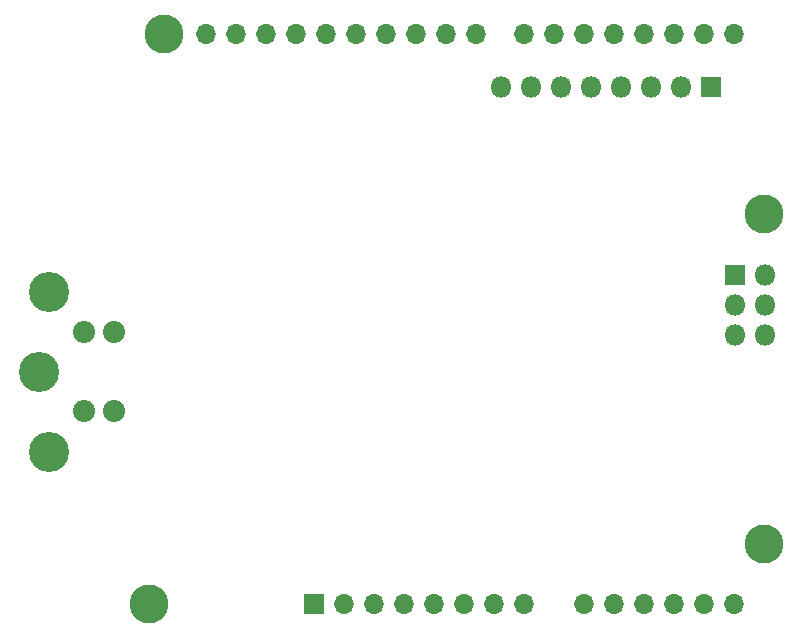
<source format=gbr>
%TF.GenerationSoftware,KiCad,Pcbnew,(5.1.6)-1*%
%TF.CreationDate,2020-08-31T12:11:16-04:00*%
%TF.ProjectId,FETtester,46455474-6573-4746-9572-2e6b69636164,rev?*%
%TF.SameCoordinates,Original*%
%TF.FileFunction,Soldermask,Bot*%
%TF.FilePolarity,Negative*%
%FSLAX46Y46*%
G04 Gerber Fmt 4.6, Leading zero omitted, Abs format (unit mm)*
G04 Created by KiCad (PCBNEW (5.1.6)-1) date 2020-08-31 12:11:16*
%MOMM*%
%LPD*%
G01*
G04 APERTURE LIST*
%ADD10O,1.800000X1.800000*%
%ADD11R,1.800000X1.800000*%
%ADD12C,3.300000*%
%ADD13O,1.700000X1.700000*%
%ADD14R,1.700000X1.700000*%
%ADD15C,3.402000*%
%ADD16C,1.878000*%
G04 APERTURE END LIST*
D10*
%TO.C,J1*%
X158115000Y-80645000D03*
X160655000Y-80645000D03*
X163195000Y-80645000D03*
X165735000Y-80645000D03*
X168275000Y-80645000D03*
X170815000Y-80645000D03*
X173355000Y-80645000D03*
D11*
X175895000Y-80645000D03*
%TD*%
D12*
%TO.C,A1*%
X180340000Y-119380000D03*
X180340000Y-91440000D03*
X129540000Y-76200000D03*
X128270000Y-124460000D03*
D13*
X175260000Y-76200000D03*
X177800000Y-76200000D03*
X138180000Y-76200000D03*
X177800000Y-124460000D03*
X140720000Y-76200000D03*
X175260000Y-124460000D03*
X143260000Y-76200000D03*
X172720000Y-124460000D03*
X145800000Y-76200000D03*
X170180000Y-124460000D03*
X148340000Y-76200000D03*
X167640000Y-124460000D03*
X150880000Y-76200000D03*
X165100000Y-124460000D03*
X153420000Y-76200000D03*
X160020000Y-124460000D03*
X155960000Y-76200000D03*
X157480000Y-124460000D03*
X160020000Y-76200000D03*
X154940000Y-124460000D03*
X162560000Y-76200000D03*
X152400000Y-124460000D03*
X165100000Y-76200000D03*
X149860000Y-124460000D03*
X167640000Y-76200000D03*
X147320000Y-124460000D03*
X170180000Y-76200000D03*
X144780000Y-124460000D03*
X172720000Y-76200000D03*
D14*
X142240000Y-124460000D03*
D13*
X135640000Y-76200000D03*
X133100000Y-76200000D03*
%TD*%
D15*
%TO.C,J3*%
X119811800Y-98018600D03*
D16*
X125298200Y-108127800D03*
X125298200Y-101422200D03*
X122809000Y-108127800D03*
X122809000Y-101422200D03*
D15*
X118999000Y-104775000D03*
X119811800Y-111531400D03*
%TD*%
D10*
%TO.C,J2*%
X180480000Y-101650000D03*
X177940000Y-101650000D03*
X180480000Y-99110000D03*
X177940000Y-99110000D03*
X180480000Y-96570000D03*
D11*
X177940000Y-96570000D03*
%TD*%
M02*

</source>
